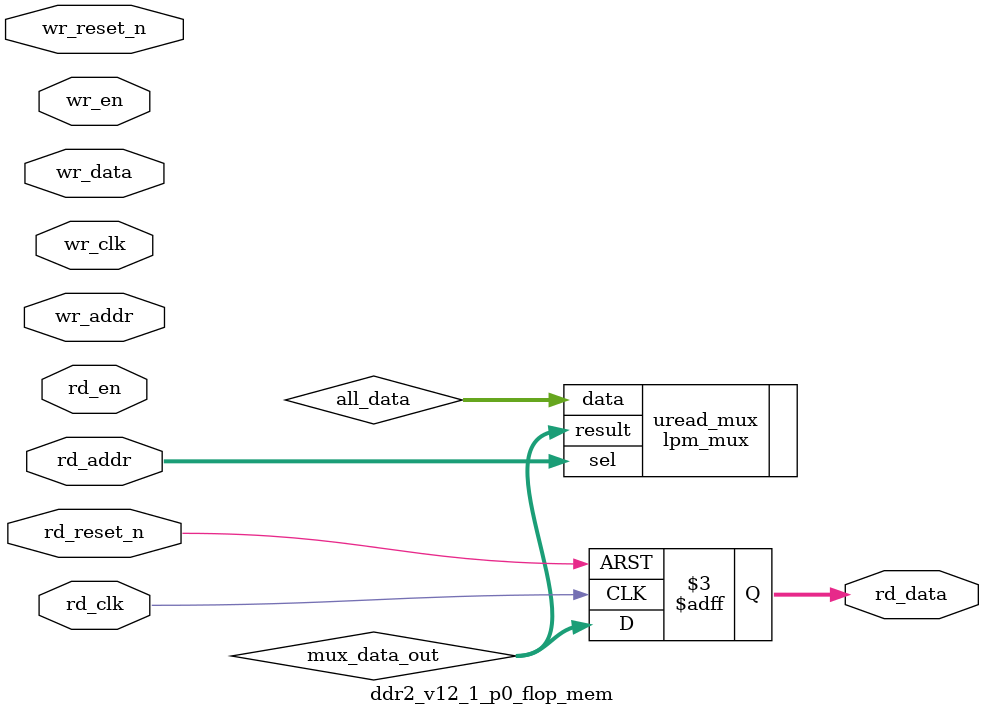
<source format=v>



`timescale 1 ps / 1 ps

(* altera_attribute = "-name ALLOW_SYNCH_CTRL_USAGE ON;-name AUTO_CLOCK_ENABLE_RECOGNITION ON" *)
module ddr2_v12_1_p0_flop_mem(
	wr_reset_n,
	wr_clk,
	wr_en,
	wr_addr,
	wr_data,
	rd_reset_n,
	rd_clk,
	rd_en,
	rd_addr,
	rd_data
);

parameter WRITE_MEM_DEPTH	= "";
parameter WRITE_ADDR_WIDTH	= "";
parameter WRITE_DATA_WIDTH	= "";
parameter READ_MEM_DEPTH	= "";
parameter READ_ADDR_WIDTH	= "";		 
parameter READ_DATA_WIDTH	= "";


input	wr_reset_n;
input	wr_clk;
input	wr_en;
input	[WRITE_ADDR_WIDTH-1:0] wr_addr;
input	[WRITE_DATA_WIDTH-1:0] wr_data;
input	rd_reset_n;
input	rd_clk;
input	rd_en;
input	[READ_ADDR_WIDTH-1:0] rd_addr;
output	[READ_DATA_WIDTH-1:0] rd_data;



wire	[WRITE_DATA_WIDTH*WRITE_MEM_DEPTH-1:0] all_data;
wire	[READ_DATA_WIDTH-1:0] mux_data_out;



// declare a memory with WRITE_MEM_DEPTH entries
// each entry contains a data size of WRITE_DATA_WIDTH
reg	[WRITE_DATA_WIDTH-1:0] data_stored [0:WRITE_MEM_DEPTH-1] /* synthesis syn_preserve = 1 */;
reg	[READ_DATA_WIDTH-1:0] rd_data;

generate
genvar entry;
	for (entry=0; entry < WRITE_MEM_DEPTH; entry=entry+1)
	begin: mem_location
		assign all_data[(WRITE_DATA_WIDTH*(entry+1)-1) : (WRITE_DATA_WIDTH*entry)] = data_stored[entry]; 
		
		always @(posedge wr_clk or negedge wr_reset_n)
		begin
			if (~wr_reset_n) begin
				data_stored[entry] <= {WRITE_DATA_WIDTH{1'b0}};
			end else begin
				if (wr_en) begin
					if (entry == wr_addr) begin
						data_stored[entry] <= wr_data;
					end
				end
			end
		end		
	end
endgenerate

// mux to select the correct output data based on read address
lpm_mux	uread_mux(
	.sel (rd_addr),
	.data (all_data),
	.result (mux_data_out)
	// synopsys translate_off
	,
	.aclr (),
	.clken (),
	.clock ()
	// synopsys translate_on
	);
 defparam uread_mux.lpm_size = READ_MEM_DEPTH;
 defparam uread_mux.lpm_type = "LPM_MUX";
 defparam uread_mux.lpm_width = READ_DATA_WIDTH;
 defparam uread_mux.lpm_widths = READ_ADDR_WIDTH;

always @(posedge rd_clk or negedge rd_reset_n)	
begin
	if (~rd_reset_n) begin
		rd_data <= {READ_DATA_WIDTH{1'b0}};
	end else begin
		rd_data <= mux_data_out;
	end
end

endmodule

</source>
